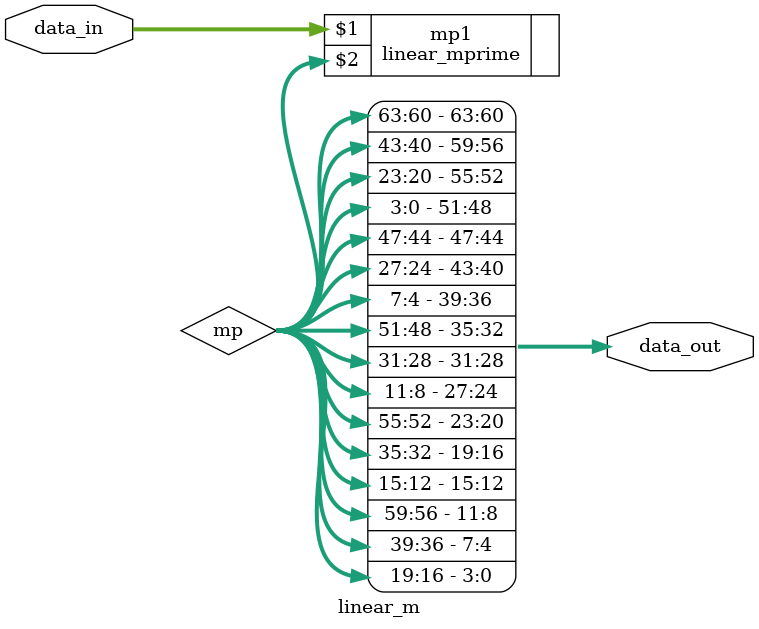
<source format=v>
`timescale 1ns / 1ps
module linear_m(data_in,data_out);
	input [63:0] data_in;
	output [63:0] data_out;
	wire [63:0] mp;
   linear_mprime mp1(data_in, mp);
	assign data_out[63:60] = mp[63:60];
	assign data_out[59:56] = mp[43:40];
	assign data_out[55:52] = mp[23:20];
	assign data_out[51:48] = mp[3:0];
	assign data_out[47:44] = mp[47:44];
	assign data_out[43:40] = mp[27:24];
	assign data_out[39:36] = mp[7:4];
	assign data_out[35:32] = mp[51:48];
	assign data_out[31:28] = mp[31:28];
	assign data_out[27:24] = mp[11:8];
	assign data_out[23:20] = mp[55:52];
	assign data_out[19:16] = mp[35:32];
	assign data_out[15:12] = mp[15:12];
	assign data_out[11:8]  = mp[59:56];
	assign data_out[7:4]   = mp[39:36];
	assign data_out[3:0]   = mp[19:16];

endmodule

</source>
